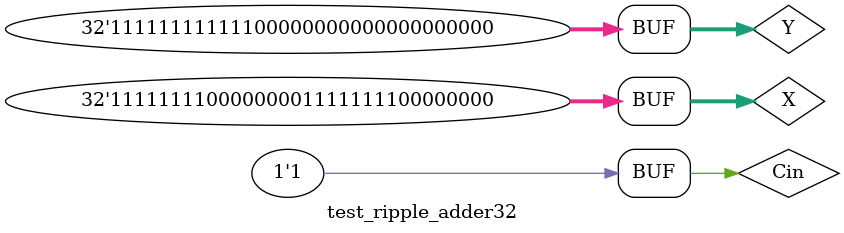
<source format=v>
`timescale 1ns / 1ps


module test_ripple_adder32;

    // Inputs
    reg [31:0] X, Y;
    reg Cin;

    // Outputs
    wire Cout;
    wire [31:0] S;

    // Instantiate the module
    ripple_adder32 uut (
        .X(X),
        .Y(Y),
        .Cin(Cin),
        .Cout(Cout),
        .S(S)
    );

    initial begin
        $dumpfile("test_adder.vcd");
        $dumpvars(0, uut);
        X = 32'b1; Y = 32'b0; Cin = 0; #10;
        X = 32'b1; Y = 32'b1; Cin = 0; #10;
        X = 32'b1; Y = 32'b0; Cin = 1; #10;

        X = 32'hFFFFFFFF; Y = 32'h0; Cin = 1; #10;
        X = 32'hFFFFFFFF; Y = 32'h1; Cin = 0; #10;
        
        X = 32'hFFFFFFFF; Y = 32'hFFFFFFFF; Cin = 0; #10;
        X = 32'hFFFFFFFF; Y = 32'hFFFFFFFF; Cin = 1; #10;

        X = 32'hFF00FF00; Y = 32'hFFF00000; Cin = 1; #10;
    end

    always @(X, Y, Cin, S, Cout) begin
        #1;
        $display("X = %h, Y = %h, Cin = %b, S = %h, Cout = %b", X, Y, Cin, S, Cout);
        // The MSB of the inputs agree, but the MSB of the output doesn't
        if ((X[31] && Y[31] && ~S[31]) && Cout !== 1) begin
            $display("ERROR: NO OVERFLOW: X = %h, Y = %h, Cin = %b, S = %h, Cout = %b", X, Y, Cin, S, Cout);
        end
        else if ((~X[31] && ~Y[31] && S[31]) && Cout !== 1) begin
            $display("ERROR: NO OVERFLOW: X = %h, Y = %h, Cin = %b, S = %h, Cout = %b", X, Y, Cin, S, Cout);
        end
        else if (S !== X + Y + Cin) begin
            $display("ERROR: X = %h, Y= %h, Cin = %b, S = %h, Cout = %b", X, Y, Cin, S, Cout);
        end
    end
endmodule

</source>
